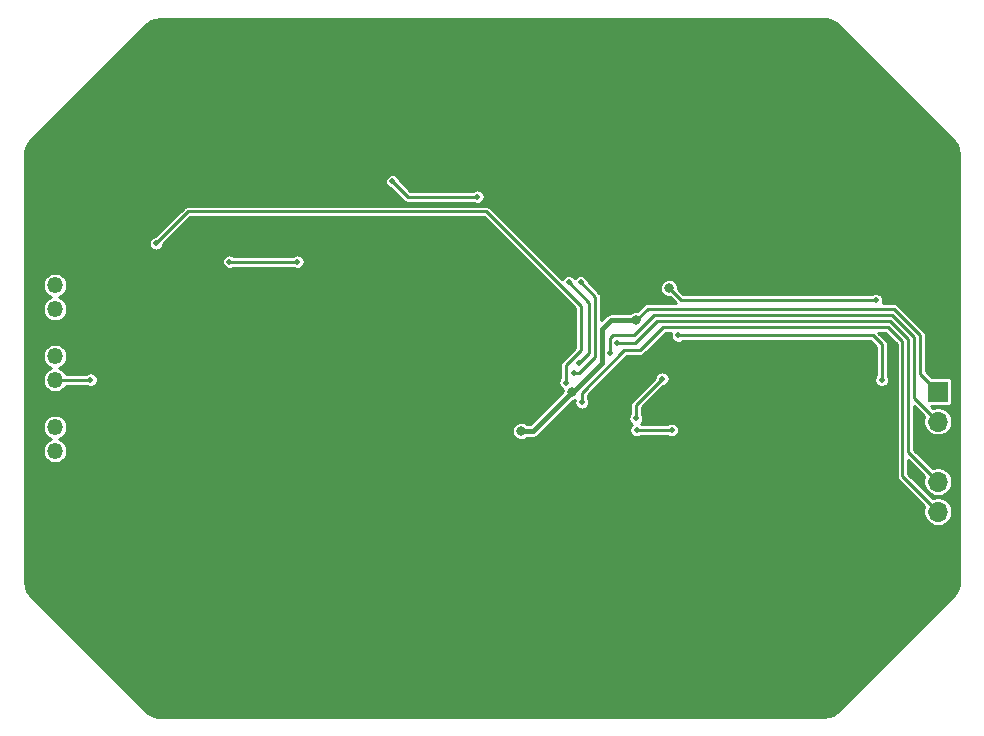
<source format=gbr>
G04 #@! TF.GenerationSoftware,KiCad,Pcbnew,5.1.7-a382d34a8~88~ubuntu20.04.1*
G04 #@! TF.CreationDate,2021-02-09T11:34:01+01:00*
G04 #@! TF.ProjectId,UVDAR_Module,55564441-525f-44d6-9f64-756c652e6b69,rev?*
G04 #@! TF.SameCoordinates,Original*
G04 #@! TF.FileFunction,Copper,L2,Bot*
G04 #@! TF.FilePolarity,Positive*
%FSLAX46Y46*%
G04 Gerber Fmt 4.6, Leading zero omitted, Abs format (unit mm)*
G04 Created by KiCad (PCBNEW 5.1.7-a382d34a8~88~ubuntu20.04.1) date 2021-02-09 11:34:01*
%MOMM*%
%LPD*%
G01*
G04 APERTURE LIST*
G04 #@! TA.AperFunction,ComponentPad*
%ADD10C,0.500000*%
G04 #@! TD*
G04 #@! TA.AperFunction,ComponentPad*
%ADD11O,1.700000X1.700000*%
G04 #@! TD*
G04 #@! TA.AperFunction,ComponentPad*
%ADD12R,1.700000X1.700000*%
G04 #@! TD*
G04 #@! TA.AperFunction,ComponentPad*
%ADD13R,1.350000X1.350000*%
G04 #@! TD*
G04 #@! TA.AperFunction,ComponentPad*
%ADD14O,1.350000X1.350000*%
G04 #@! TD*
G04 #@! TA.AperFunction,ComponentPad*
%ADD15C,4.000000*%
G04 #@! TD*
G04 #@! TA.AperFunction,ViaPad*
%ADD16C,0.500000*%
G04 #@! TD*
G04 #@! TA.AperFunction,ViaPad*
%ADD17C,0.800000*%
G04 #@! TD*
G04 #@! TA.AperFunction,Conductor*
%ADD18C,0.400000*%
G04 #@! TD*
G04 #@! TA.AperFunction,Conductor*
%ADD19C,0.250000*%
G04 #@! TD*
G04 #@! TA.AperFunction,Conductor*
%ADD20C,0.300000*%
G04 #@! TD*
G04 #@! TA.AperFunction,Conductor*
%ADD21C,0.100000*%
G04 #@! TD*
G04 APERTURE END LIST*
D10*
X72000000Y-94000000D03*
X72000000Y-96000000D03*
X71500000Y-95000000D03*
X72500000Y-95000000D03*
D11*
X137750000Y-112160000D03*
X137750000Y-109620000D03*
X137750000Y-107080000D03*
X137750000Y-104540000D03*
D12*
X137750000Y-102000000D03*
D13*
X63000000Y-91000000D03*
D14*
X63000000Y-93000000D03*
X63000000Y-95000000D03*
X63000000Y-97000000D03*
X63000000Y-99000000D03*
X63000000Y-101000000D03*
X63000000Y-103000000D03*
X63000000Y-105000000D03*
X63000000Y-107000000D03*
X63000000Y-109000000D03*
D15*
X120000000Y-100000000D03*
X80000000Y-116500000D03*
X80000000Y-83500000D03*
D16*
X133000000Y-104600000D03*
D17*
X105500000Y-98250000D03*
X105500000Y-102000000D03*
D16*
X137000000Y-94250000D03*
D17*
X66600000Y-90600000D03*
X66537500Y-87400000D03*
X87287500Y-82462500D03*
X86537500Y-82462500D03*
X103287500Y-82462500D03*
X102537500Y-82462500D03*
X124287500Y-87712500D03*
X123537500Y-87712500D03*
X75712500Y-112287500D03*
X76462500Y-112287500D03*
X111712500Y-117537500D03*
X112462500Y-117537500D03*
X89460000Y-105960000D03*
X114480000Y-110300000D03*
X117000000Y-90000000D03*
X89460000Y-112960000D03*
X89460000Y-107960000D03*
X116000000Y-102850000D03*
X96462500Y-117537500D03*
X95712500Y-117537500D03*
X131500000Y-113500000D03*
X131500000Y-114250000D03*
X103000000Y-106500000D03*
X99000000Y-106500000D03*
X110500000Y-102500000D03*
X101750000Y-98250000D03*
X101750000Y-102000000D03*
X98000000Y-98250000D03*
X114500000Y-90000000D03*
X109500000Y-90000000D03*
X104500000Y-90000000D03*
X99500000Y-90000000D03*
X79500000Y-105600000D03*
X84500000Y-105600000D03*
X99500000Y-110000000D03*
X119500000Y-105000000D03*
X112000000Y-87500000D03*
X102000000Y-87500000D03*
X119500000Y-87500000D03*
X102000000Y-92500000D03*
X124200000Y-105000000D03*
X122000000Y-107500000D03*
X122000000Y-112500000D03*
X112000000Y-112500000D03*
X104500000Y-112500000D03*
X99500000Y-112500000D03*
X94500000Y-112500000D03*
X67000000Y-108500000D03*
X72000000Y-108500000D03*
X77000000Y-108500000D03*
X67000000Y-112500000D03*
X62000000Y-112500000D03*
X67750000Y-100000000D03*
X64500000Y-87500000D03*
X62000000Y-87500000D03*
X94500000Y-102500000D03*
X99500000Y-102500000D03*
X97000000Y-105000000D03*
X119500000Y-92500000D03*
X112000000Y-107500000D03*
X84500000Y-112500000D03*
X109250000Y-106500000D03*
X111000000Y-93250000D03*
X104500000Y-87500000D03*
X109500000Y-87500000D03*
X122000000Y-92500000D03*
X99500000Y-92500000D03*
X114500000Y-99000000D03*
X116500000Y-101000000D03*
X115500000Y-108000000D03*
X119500000Y-111000000D03*
X101500000Y-108000000D03*
X67000000Y-105600000D03*
X72000000Y-105600000D03*
X77000000Y-105600000D03*
X77000000Y-111000000D03*
X69750000Y-101000000D03*
X85600000Y-99000000D03*
X89000000Y-99000000D03*
X92000000Y-99000000D03*
X95000000Y-99000000D03*
X83000000Y-101200000D03*
X83000000Y-105600000D03*
X82000000Y-107000000D03*
X91000000Y-96000000D03*
X96000000Y-90000000D03*
X96000000Y-94000000D03*
X72000000Y-103250000D03*
X77000000Y-103250000D03*
X79500000Y-103250000D03*
X106800000Y-102000000D03*
X102471795Y-105340000D03*
X112212500Y-95962500D03*
D16*
X107600000Y-102900000D03*
X106899996Y-100399996D03*
X107500000Y-92750000D03*
X71550000Y-89450000D03*
X106250012Y-101250000D03*
X112250036Y-105250000D03*
X115200000Y-105250000D03*
X106499992Y-92750000D03*
X91550000Y-84200000D03*
X107350000Y-99600000D03*
X98750000Y-85500000D03*
X112175000Y-104275000D03*
X114400000Y-100900000D03*
X110600000Y-97900000D03*
X110000000Y-98750000D03*
X132500000Y-94250000D03*
D17*
X115000000Y-93250000D03*
D16*
X66000000Y-101000000D03*
X77750000Y-91000000D03*
X83500000Y-91000000D03*
X115750000Y-97250000D03*
X133000000Y-101000000D03*
D18*
X137500000Y-102000000D02*
X137750000Y-102000000D01*
X110037500Y-95962500D02*
X109275011Y-96724989D01*
X109275011Y-99540666D02*
X106815677Y-102000000D01*
X109275011Y-96724989D02*
X109275011Y-99540666D01*
X112212500Y-95962500D02*
X110037500Y-95962500D01*
X103460000Y-105340000D02*
X106800000Y-102000000D01*
X102471795Y-105340000D02*
X103460000Y-105340000D01*
D19*
X113175000Y-95000000D02*
X112212500Y-95962500D01*
X136250000Y-100500000D02*
X136250000Y-97250000D01*
X134000000Y-95000000D02*
X113175000Y-95000000D01*
X137750000Y-102000000D02*
X136250000Y-100500000D01*
X136250000Y-97250000D02*
X134000000Y-95000000D01*
X107600000Y-102100000D02*
X107600000Y-102900000D01*
X111200000Y-98500000D02*
X107600000Y-102100000D01*
X112000000Y-98500000D02*
X112500000Y-98500000D01*
X112250000Y-98500000D02*
X112000000Y-98500000D01*
X112000000Y-98500000D02*
X111200000Y-98500000D01*
X112500000Y-98500000D02*
X114500000Y-96500000D01*
X114500000Y-96500000D02*
X133500000Y-96500000D01*
X133500000Y-96500000D02*
X134750000Y-97750000D01*
X134750000Y-109160000D02*
X137750000Y-112160000D01*
X134750000Y-97750000D02*
X134750000Y-109160000D01*
X106899996Y-100399996D02*
X107401006Y-100399996D01*
X107401006Y-100399996D02*
X108750000Y-99051002D01*
X108750000Y-99051002D02*
X108750000Y-94000000D01*
X108750000Y-94000000D02*
X107500000Y-92750000D01*
X74250000Y-86750000D02*
X71550000Y-89450000D01*
X99500000Y-86750000D02*
X74250000Y-86750000D01*
X107500000Y-94750000D02*
X99500000Y-86750000D01*
X107500000Y-98500000D02*
X107500000Y-94750000D01*
X106250000Y-99750000D02*
X107500000Y-98500000D01*
X106250000Y-101250000D02*
X106250000Y-99750000D01*
X112250036Y-105250000D02*
X115200000Y-105250000D01*
X108250000Y-98700000D02*
X107350000Y-99600000D01*
X108250000Y-94500008D02*
X108250000Y-98700000D01*
X106499992Y-92750000D02*
X108250000Y-94500008D01*
X92850000Y-85500000D02*
X98750000Y-85500000D01*
X91550000Y-84200000D02*
X92850000Y-85500000D01*
X112175000Y-103125000D02*
X112175000Y-104275000D01*
X114400000Y-100900000D02*
X112175000Y-103125000D01*
X114000000Y-96000000D02*
X112100000Y-97900000D01*
X133727180Y-96000000D02*
X114000000Y-96000000D01*
X135250000Y-97522820D02*
X133727180Y-96000000D01*
X135250000Y-107120000D02*
X135250000Y-97522820D01*
X137750000Y-109620000D02*
X135250000Y-107120000D01*
X112100000Y-97900000D02*
X110600000Y-97900000D01*
X137500000Y-104540000D02*
X137750000Y-104540000D01*
X110000000Y-97500000D02*
X110000000Y-98750000D01*
X110250000Y-97250000D02*
X110000000Y-97500000D01*
X112000000Y-97250000D02*
X110250000Y-97250000D01*
X113750000Y-95500000D02*
X112000000Y-97250000D01*
X133863590Y-95500000D02*
X113750000Y-95500000D01*
X135750000Y-97386410D02*
X133863590Y-95500000D01*
X135750000Y-102540000D02*
X135750000Y-97386410D01*
X137750000Y-104540000D02*
X135750000Y-102540000D01*
X132500000Y-94250000D02*
X121750000Y-94250000D01*
X116000000Y-94250000D02*
X115000000Y-93250000D01*
X123500000Y-94250000D02*
X116000000Y-94250000D01*
X63000000Y-101000000D02*
X66000000Y-101000000D01*
X77750000Y-91000000D02*
X83500000Y-91000000D01*
X133000000Y-98000000D02*
X133000000Y-101000000D01*
X132250000Y-97250000D02*
X133000000Y-98000000D01*
X115750000Y-97250000D02*
X132250000Y-97250000D01*
D20*
X137385389Y-105741963D02*
X137626886Y-105790000D01*
X137873114Y-105790000D01*
X138114611Y-105741963D01*
X138336629Y-105650000D01*
X139350000Y-105650000D01*
X139350000Y-108600000D01*
X138473402Y-108600000D01*
X138342097Y-108512265D01*
X138114611Y-108418037D01*
X137873114Y-108370000D01*
X137626886Y-108370000D01*
X137385389Y-108418037D01*
X137318291Y-108445830D01*
X136400000Y-107527539D01*
X136400000Y-105650000D01*
X137163371Y-105650000D01*
X137385389Y-105741963D01*
G04 #@! TA.AperFunction,Conductor*
D21*
G36*
X137385389Y-105741963D02*
G01*
X137626886Y-105790000D01*
X137873114Y-105790000D01*
X138114611Y-105741963D01*
X138336629Y-105650000D01*
X139350000Y-105650000D01*
X139350000Y-108600000D01*
X138473402Y-108600000D01*
X138342097Y-108512265D01*
X138114611Y-108418037D01*
X137873114Y-108370000D01*
X137626886Y-108370000D01*
X137385389Y-108418037D01*
X137318291Y-108445830D01*
X136400000Y-107527539D01*
X136400000Y-105650000D01*
X137163371Y-105650000D01*
X137385389Y-105741963D01*
G37*
G04 #@! TD.AperFunction*
D19*
X128397759Y-70491158D02*
X128780376Y-70606677D01*
X129147046Y-70801640D01*
X129209105Y-70845499D01*
X139142792Y-80778926D01*
X139345264Y-81111935D01*
X139482614Y-81487260D01*
X139546863Y-81897546D01*
X139550001Y-82006498D01*
X139550000Y-117977994D01*
X139508842Y-118397759D01*
X139393324Y-118780373D01*
X139198363Y-119147041D01*
X139154506Y-119209098D01*
X129221077Y-129142790D01*
X128888065Y-129345265D01*
X128512741Y-129482614D01*
X128102453Y-129546863D01*
X127993536Y-129550000D01*
X72022006Y-129550000D01*
X71602241Y-129508842D01*
X71219627Y-129393324D01*
X70852959Y-129198363D01*
X70790902Y-129154506D01*
X60857210Y-119221077D01*
X60654735Y-118888065D01*
X60517386Y-118512741D01*
X60453137Y-118102453D01*
X60450000Y-117993536D01*
X60450000Y-104896584D01*
X61950000Y-104896584D01*
X61950000Y-105103416D01*
X61990350Y-105306274D01*
X62069502Y-105497362D01*
X62184411Y-105669336D01*
X62330664Y-105815589D01*
X62502638Y-105930498D01*
X62670429Y-106000000D01*
X62502638Y-106069502D01*
X62330664Y-106184411D01*
X62184411Y-106330664D01*
X62069502Y-106502638D01*
X61990350Y-106693726D01*
X61950000Y-106896584D01*
X61950000Y-107103416D01*
X61990350Y-107306274D01*
X62069502Y-107497362D01*
X62184411Y-107669336D01*
X62330664Y-107815589D01*
X62502638Y-107930498D01*
X62693726Y-108009650D01*
X62896584Y-108050000D01*
X63103416Y-108050000D01*
X63306274Y-108009650D01*
X63497362Y-107930498D01*
X63669336Y-107815589D01*
X63815589Y-107669336D01*
X63930498Y-107497362D01*
X64009650Y-107306274D01*
X64050000Y-107103416D01*
X64050000Y-106896584D01*
X64009650Y-106693726D01*
X63930498Y-106502638D01*
X63815589Y-106330664D01*
X63669336Y-106184411D01*
X63497362Y-106069502D01*
X63329571Y-106000000D01*
X63497362Y-105930498D01*
X63669336Y-105815589D01*
X63815589Y-105669336D01*
X63930498Y-105497362D01*
X64009650Y-105306274D01*
X64050000Y-105103416D01*
X64050000Y-104896584D01*
X64009650Y-104693726D01*
X63930498Y-104502638D01*
X63815589Y-104330664D01*
X63669336Y-104184411D01*
X63497362Y-104069502D01*
X63306274Y-103990350D01*
X63103416Y-103950000D01*
X62896584Y-103950000D01*
X62693726Y-103990350D01*
X62502638Y-104069502D01*
X62330664Y-104184411D01*
X62184411Y-104330664D01*
X62069502Y-104502638D01*
X61990350Y-104693726D01*
X61950000Y-104896584D01*
X60450000Y-104896584D01*
X60450000Y-98896584D01*
X61950000Y-98896584D01*
X61950000Y-99103416D01*
X61990350Y-99306274D01*
X62069502Y-99497362D01*
X62184411Y-99669336D01*
X62330664Y-99815589D01*
X62502638Y-99930498D01*
X62670429Y-100000000D01*
X62502638Y-100069502D01*
X62330664Y-100184411D01*
X62184411Y-100330664D01*
X62069502Y-100502638D01*
X61990350Y-100693726D01*
X61950000Y-100896584D01*
X61950000Y-101103416D01*
X61990350Y-101306274D01*
X62069502Y-101497362D01*
X62184411Y-101669336D01*
X62330664Y-101815589D01*
X62502638Y-101930498D01*
X62693726Y-102009650D01*
X62896584Y-102050000D01*
X63103416Y-102050000D01*
X63306274Y-102009650D01*
X63497362Y-101930498D01*
X63669336Y-101815589D01*
X63815589Y-101669336D01*
X63928735Y-101500000D01*
X65623333Y-101500000D01*
X65703952Y-101553868D01*
X65817694Y-101600981D01*
X65938443Y-101625000D01*
X66061557Y-101625000D01*
X66182306Y-101600981D01*
X66296048Y-101553868D01*
X66398414Y-101485469D01*
X66485469Y-101398414D01*
X66553868Y-101296048D01*
X66600981Y-101182306D01*
X66625000Y-101061557D01*
X66625000Y-100938443D01*
X66600981Y-100817694D01*
X66553868Y-100703952D01*
X66485469Y-100601586D01*
X66398414Y-100514531D01*
X66296048Y-100446132D01*
X66182306Y-100399019D01*
X66061557Y-100375000D01*
X65938443Y-100375000D01*
X65817694Y-100399019D01*
X65703952Y-100446132D01*
X65623333Y-100500000D01*
X63928735Y-100500000D01*
X63815589Y-100330664D01*
X63669336Y-100184411D01*
X63497362Y-100069502D01*
X63329571Y-100000000D01*
X63497362Y-99930498D01*
X63669336Y-99815589D01*
X63815589Y-99669336D01*
X63930498Y-99497362D01*
X64009650Y-99306274D01*
X64050000Y-99103416D01*
X64050000Y-98896584D01*
X64009650Y-98693726D01*
X63930498Y-98502638D01*
X63815589Y-98330664D01*
X63669336Y-98184411D01*
X63497362Y-98069502D01*
X63306274Y-97990350D01*
X63103416Y-97950000D01*
X62896584Y-97950000D01*
X62693726Y-97990350D01*
X62502638Y-98069502D01*
X62330664Y-98184411D01*
X62184411Y-98330664D01*
X62069502Y-98502638D01*
X61990350Y-98693726D01*
X61950000Y-98896584D01*
X60450000Y-98896584D01*
X60450000Y-92896584D01*
X61950000Y-92896584D01*
X61950000Y-93103416D01*
X61990350Y-93306274D01*
X62069502Y-93497362D01*
X62184411Y-93669336D01*
X62330664Y-93815589D01*
X62502638Y-93930498D01*
X62670429Y-94000000D01*
X62502638Y-94069502D01*
X62330664Y-94184411D01*
X62184411Y-94330664D01*
X62069502Y-94502638D01*
X61990350Y-94693726D01*
X61950000Y-94896584D01*
X61950000Y-95103416D01*
X61990350Y-95306274D01*
X62069502Y-95497362D01*
X62184411Y-95669336D01*
X62330664Y-95815589D01*
X62502638Y-95930498D01*
X62693726Y-96009650D01*
X62896584Y-96050000D01*
X63103416Y-96050000D01*
X63306274Y-96009650D01*
X63497362Y-95930498D01*
X63669336Y-95815589D01*
X63815589Y-95669336D01*
X63930498Y-95497362D01*
X64009650Y-95306274D01*
X64050000Y-95103416D01*
X64050000Y-94896584D01*
X64009650Y-94693726D01*
X63930498Y-94502638D01*
X63815589Y-94330664D01*
X63669336Y-94184411D01*
X63497362Y-94069502D01*
X63329571Y-94000000D01*
X63497362Y-93930498D01*
X63669336Y-93815589D01*
X63815589Y-93669336D01*
X63930498Y-93497362D01*
X64009650Y-93306274D01*
X64050000Y-93103416D01*
X64050000Y-92896584D01*
X64009650Y-92693726D01*
X63930498Y-92502638D01*
X63815589Y-92330664D01*
X63669336Y-92184411D01*
X63497362Y-92069502D01*
X63306274Y-91990350D01*
X63103416Y-91950000D01*
X62896584Y-91950000D01*
X62693726Y-91990350D01*
X62502638Y-92069502D01*
X62330664Y-92184411D01*
X62184411Y-92330664D01*
X62069502Y-92502638D01*
X61990350Y-92693726D01*
X61950000Y-92896584D01*
X60450000Y-92896584D01*
X60450000Y-90938443D01*
X77125000Y-90938443D01*
X77125000Y-91061557D01*
X77149019Y-91182306D01*
X77196132Y-91296048D01*
X77264531Y-91398414D01*
X77351586Y-91485469D01*
X77453952Y-91553868D01*
X77567694Y-91600981D01*
X77688443Y-91625000D01*
X77811557Y-91625000D01*
X77932306Y-91600981D01*
X78046048Y-91553868D01*
X78126667Y-91500000D01*
X83123333Y-91500000D01*
X83203952Y-91553868D01*
X83317694Y-91600981D01*
X83438443Y-91625000D01*
X83561557Y-91625000D01*
X83682306Y-91600981D01*
X83796048Y-91553868D01*
X83898414Y-91485469D01*
X83985469Y-91398414D01*
X84053868Y-91296048D01*
X84100981Y-91182306D01*
X84125000Y-91061557D01*
X84125000Y-90938443D01*
X84100981Y-90817694D01*
X84053868Y-90703952D01*
X83985469Y-90601586D01*
X83898414Y-90514531D01*
X83796048Y-90446132D01*
X83682306Y-90399019D01*
X83561557Y-90375000D01*
X83438443Y-90375000D01*
X83317694Y-90399019D01*
X83203952Y-90446132D01*
X83123333Y-90500000D01*
X78126667Y-90500000D01*
X78046048Y-90446132D01*
X77932306Y-90399019D01*
X77811557Y-90375000D01*
X77688443Y-90375000D01*
X77567694Y-90399019D01*
X77453952Y-90446132D01*
X77351586Y-90514531D01*
X77264531Y-90601586D01*
X77196132Y-90703952D01*
X77149019Y-90817694D01*
X77125000Y-90938443D01*
X60450000Y-90938443D01*
X60450000Y-89388443D01*
X70925000Y-89388443D01*
X70925000Y-89511557D01*
X70949019Y-89632306D01*
X70996132Y-89746048D01*
X71064531Y-89848414D01*
X71151586Y-89935469D01*
X71253952Y-90003868D01*
X71367694Y-90050981D01*
X71488443Y-90075000D01*
X71611557Y-90075000D01*
X71732306Y-90050981D01*
X71846048Y-90003868D01*
X71948414Y-89935469D01*
X72035469Y-89848414D01*
X72103868Y-89746048D01*
X72150981Y-89632306D01*
X72169898Y-89537208D01*
X74457107Y-87250000D01*
X99292895Y-87250000D01*
X107000001Y-94957108D01*
X107000000Y-98292894D01*
X105913819Y-99379076D01*
X105894737Y-99394736D01*
X105832255Y-99470871D01*
X105808573Y-99515177D01*
X105785826Y-99557733D01*
X105757235Y-99651983D01*
X105747581Y-99750000D01*
X105750001Y-99774570D01*
X105750000Y-100873351D01*
X105696144Y-100953952D01*
X105649031Y-101067694D01*
X105625012Y-101188443D01*
X105625012Y-101311557D01*
X105649031Y-101432306D01*
X105696144Y-101546048D01*
X105764543Y-101648414D01*
X105851598Y-101735469D01*
X105953964Y-101803868D01*
X106041609Y-101840171D01*
X106025000Y-101923669D01*
X106025000Y-101961827D01*
X103221828Y-104765000D01*
X102992811Y-104765000D01*
X102965829Y-104738018D01*
X102838895Y-104653204D01*
X102697854Y-104594783D01*
X102548126Y-104565000D01*
X102395464Y-104565000D01*
X102245736Y-104594783D01*
X102104695Y-104653204D01*
X101977761Y-104738018D01*
X101869813Y-104845966D01*
X101784999Y-104972900D01*
X101726578Y-105113941D01*
X101696795Y-105263669D01*
X101696795Y-105416331D01*
X101726578Y-105566059D01*
X101784999Y-105707100D01*
X101869813Y-105834034D01*
X101977761Y-105941982D01*
X102104695Y-106026796D01*
X102245736Y-106085217D01*
X102395464Y-106115000D01*
X102548126Y-106115000D01*
X102697854Y-106085217D01*
X102838895Y-106026796D01*
X102965829Y-105941982D01*
X102992811Y-105915000D01*
X103431757Y-105915000D01*
X103460000Y-105917782D01*
X103488243Y-105915000D01*
X103488246Y-105915000D01*
X103572720Y-105906680D01*
X103681108Y-105873801D01*
X103780998Y-105820408D01*
X103868554Y-105748554D01*
X103886565Y-105726607D01*
X105399729Y-104213443D01*
X111550000Y-104213443D01*
X111550000Y-104336557D01*
X111574019Y-104457306D01*
X111621132Y-104571048D01*
X111689531Y-104673414D01*
X111776586Y-104760469D01*
X111824002Y-104792151D01*
X111764567Y-104851586D01*
X111696168Y-104953952D01*
X111649055Y-105067694D01*
X111625036Y-105188443D01*
X111625036Y-105311557D01*
X111649055Y-105432306D01*
X111696168Y-105546048D01*
X111764567Y-105648414D01*
X111851622Y-105735469D01*
X111953988Y-105803868D01*
X112067730Y-105850981D01*
X112188479Y-105875000D01*
X112311593Y-105875000D01*
X112432342Y-105850981D01*
X112546084Y-105803868D01*
X112626703Y-105750000D01*
X114823333Y-105750000D01*
X114903952Y-105803868D01*
X115017694Y-105850981D01*
X115138443Y-105875000D01*
X115261557Y-105875000D01*
X115382306Y-105850981D01*
X115496048Y-105803868D01*
X115598414Y-105735469D01*
X115685469Y-105648414D01*
X115753868Y-105546048D01*
X115800981Y-105432306D01*
X115825000Y-105311557D01*
X115825000Y-105188443D01*
X115800981Y-105067694D01*
X115753868Y-104953952D01*
X115685469Y-104851586D01*
X115598414Y-104764531D01*
X115496048Y-104696132D01*
X115382306Y-104649019D01*
X115261557Y-104625000D01*
X115138443Y-104625000D01*
X115017694Y-104649019D01*
X114903952Y-104696132D01*
X114823333Y-104750000D01*
X112626703Y-104750000D01*
X112601034Y-104732849D01*
X112660469Y-104673414D01*
X112728868Y-104571048D01*
X112775981Y-104457306D01*
X112800000Y-104336557D01*
X112800000Y-104213443D01*
X112775981Y-104092694D01*
X112728868Y-103978952D01*
X112675000Y-103898333D01*
X112675000Y-103332105D01*
X114487208Y-101519898D01*
X114582306Y-101500981D01*
X114696048Y-101453868D01*
X114798414Y-101385469D01*
X114885469Y-101298414D01*
X114953868Y-101196048D01*
X115000981Y-101082306D01*
X115025000Y-100961557D01*
X115025000Y-100838443D01*
X115000981Y-100717694D01*
X114953868Y-100603952D01*
X114885469Y-100501586D01*
X114798414Y-100414531D01*
X114696048Y-100346132D01*
X114582306Y-100299019D01*
X114461557Y-100275000D01*
X114338443Y-100275000D01*
X114217694Y-100299019D01*
X114103952Y-100346132D01*
X114001586Y-100414531D01*
X113914531Y-100501586D01*
X113846132Y-100603952D01*
X113799019Y-100717694D01*
X113780102Y-100812792D01*
X111838824Y-102754071D01*
X111819736Y-102769736D01*
X111757254Y-102845871D01*
X111710825Y-102932734D01*
X111703238Y-102957746D01*
X111682235Y-103026983D01*
X111672581Y-103125000D01*
X111675000Y-103149561D01*
X111675001Y-103898332D01*
X111621132Y-103978952D01*
X111574019Y-104092694D01*
X111550000Y-104213443D01*
X105399729Y-104213443D01*
X106838173Y-102775000D01*
X106876331Y-102775000D01*
X106992205Y-102751951D01*
X106975000Y-102838443D01*
X106975000Y-102961557D01*
X106999019Y-103082306D01*
X107046132Y-103196048D01*
X107114531Y-103298414D01*
X107201586Y-103385469D01*
X107303952Y-103453868D01*
X107417694Y-103500981D01*
X107538443Y-103525000D01*
X107661557Y-103525000D01*
X107782306Y-103500981D01*
X107896048Y-103453868D01*
X107998414Y-103385469D01*
X108085469Y-103298414D01*
X108153868Y-103196048D01*
X108200981Y-103082306D01*
X108225000Y-102961557D01*
X108225000Y-102838443D01*
X108200981Y-102717694D01*
X108153868Y-102603952D01*
X108100000Y-102523333D01*
X108100000Y-102307105D01*
X111407107Y-99000000D01*
X112475440Y-99000000D01*
X112500000Y-99002419D01*
X112524560Y-99000000D01*
X112598017Y-98992765D01*
X112692267Y-98964175D01*
X112779129Y-98917746D01*
X112855264Y-98855264D01*
X112870929Y-98836176D01*
X114707106Y-97000000D01*
X115177058Y-97000000D01*
X115149019Y-97067694D01*
X115125000Y-97188443D01*
X115125000Y-97311557D01*
X115149019Y-97432306D01*
X115196132Y-97546048D01*
X115264531Y-97648414D01*
X115351586Y-97735469D01*
X115453952Y-97803868D01*
X115567694Y-97850981D01*
X115688443Y-97875000D01*
X115811557Y-97875000D01*
X115932306Y-97850981D01*
X116046048Y-97803868D01*
X116126667Y-97750000D01*
X132042895Y-97750000D01*
X132500000Y-98207106D01*
X132500001Y-100623332D01*
X132446132Y-100703952D01*
X132399019Y-100817694D01*
X132375000Y-100938443D01*
X132375000Y-101061557D01*
X132399019Y-101182306D01*
X132446132Y-101296048D01*
X132514531Y-101398414D01*
X132601586Y-101485469D01*
X132703952Y-101553868D01*
X132817694Y-101600981D01*
X132938443Y-101625000D01*
X133061557Y-101625000D01*
X133182306Y-101600981D01*
X133296048Y-101553868D01*
X133398414Y-101485469D01*
X133485469Y-101398414D01*
X133553868Y-101296048D01*
X133600981Y-101182306D01*
X133625000Y-101061557D01*
X133625000Y-100938443D01*
X133600981Y-100817694D01*
X133553868Y-100703952D01*
X133500000Y-100623333D01*
X133500000Y-98024557D01*
X133502419Y-97999999D01*
X133498890Y-97964174D01*
X133492765Y-97901983D01*
X133464175Y-97807733D01*
X133417746Y-97720871D01*
X133355264Y-97644736D01*
X133336181Y-97629075D01*
X132707105Y-97000000D01*
X133292895Y-97000000D01*
X134250000Y-97957106D01*
X134250001Y-109135430D01*
X134247581Y-109160000D01*
X134257235Y-109258017D01*
X134282369Y-109340871D01*
X134285826Y-109352267D01*
X134332255Y-109439129D01*
X134394737Y-109515264D01*
X134413819Y-109530924D01*
X136605319Y-111722425D01*
X136572076Y-111802681D01*
X136525000Y-112039348D01*
X136525000Y-112280652D01*
X136572076Y-112517319D01*
X136664419Y-112740255D01*
X136798481Y-112940892D01*
X136969108Y-113111519D01*
X137169745Y-113245581D01*
X137392681Y-113337924D01*
X137629348Y-113385000D01*
X137870652Y-113385000D01*
X138107319Y-113337924D01*
X138330255Y-113245581D01*
X138530892Y-113111519D01*
X138701519Y-112940892D01*
X138835581Y-112740255D01*
X138927924Y-112517319D01*
X138975000Y-112280652D01*
X138975000Y-112039348D01*
X138927924Y-111802681D01*
X138835581Y-111579745D01*
X138701519Y-111379108D01*
X138530892Y-111208481D01*
X138330255Y-111074419D01*
X138107319Y-110982076D01*
X137870652Y-110935000D01*
X137629348Y-110935000D01*
X137392681Y-110982076D01*
X137312425Y-111015319D01*
X135250000Y-108952895D01*
X135250000Y-107827105D01*
X136605319Y-109182425D01*
X136572076Y-109262681D01*
X136525000Y-109499348D01*
X136525000Y-109740652D01*
X136572076Y-109977319D01*
X136664419Y-110200255D01*
X136798481Y-110400892D01*
X136969108Y-110571519D01*
X137169745Y-110705581D01*
X137392681Y-110797924D01*
X137629348Y-110845000D01*
X137870652Y-110845000D01*
X138107319Y-110797924D01*
X138330255Y-110705581D01*
X138530892Y-110571519D01*
X138701519Y-110400892D01*
X138835581Y-110200255D01*
X138927924Y-109977319D01*
X138975000Y-109740652D01*
X138975000Y-109499348D01*
X138927924Y-109262681D01*
X138835581Y-109039745D01*
X138701519Y-108839108D01*
X138530892Y-108668481D01*
X138330255Y-108534419D01*
X138107319Y-108442076D01*
X137870652Y-108395000D01*
X137629348Y-108395000D01*
X137392681Y-108442076D01*
X137312425Y-108475319D01*
X135750000Y-106912895D01*
X135750000Y-103247105D01*
X136605319Y-104102425D01*
X136572076Y-104182681D01*
X136525000Y-104419348D01*
X136525000Y-104660652D01*
X136572076Y-104897319D01*
X136664419Y-105120255D01*
X136798481Y-105320892D01*
X136969108Y-105491519D01*
X137169745Y-105625581D01*
X137392681Y-105717924D01*
X137629348Y-105765000D01*
X137870652Y-105765000D01*
X138107319Y-105717924D01*
X138330255Y-105625581D01*
X138530892Y-105491519D01*
X138701519Y-105320892D01*
X138835581Y-105120255D01*
X138927924Y-104897319D01*
X138975000Y-104660652D01*
X138975000Y-104419348D01*
X138927924Y-104182681D01*
X138835581Y-103959745D01*
X138701519Y-103759108D01*
X138530892Y-103588481D01*
X138330255Y-103454419D01*
X138107319Y-103362076D01*
X137870652Y-103315000D01*
X137629348Y-103315000D01*
X137392681Y-103362076D01*
X137312425Y-103395319D01*
X137143920Y-103226814D01*
X138600000Y-103226814D01*
X138673513Y-103219574D01*
X138744200Y-103198131D01*
X138809347Y-103163309D01*
X138866448Y-103116448D01*
X138913309Y-103059347D01*
X138948131Y-102994200D01*
X138969574Y-102923513D01*
X138976814Y-102850000D01*
X138976814Y-101150000D01*
X138969574Y-101076487D01*
X138948131Y-101005800D01*
X138913309Y-100940653D01*
X138866448Y-100883552D01*
X138809347Y-100836691D01*
X138744200Y-100801869D01*
X138673513Y-100780426D01*
X138600000Y-100773186D01*
X137230292Y-100773186D01*
X136750000Y-100292895D01*
X136750000Y-97274560D01*
X136752419Y-97250000D01*
X136742765Y-97151983D01*
X136729205Y-97107281D01*
X136714175Y-97057733D01*
X136667746Y-96970871D01*
X136605264Y-96894736D01*
X136586187Y-96879080D01*
X134370929Y-94663824D01*
X134355264Y-94644736D01*
X134279129Y-94582254D01*
X134192267Y-94535825D01*
X134098017Y-94507235D01*
X134024560Y-94500000D01*
X134000000Y-94497581D01*
X133975440Y-94500000D01*
X133072942Y-94500000D01*
X133100981Y-94432306D01*
X133125000Y-94311557D01*
X133125000Y-94188443D01*
X133100981Y-94067694D01*
X133053868Y-93953952D01*
X132985469Y-93851586D01*
X132898414Y-93764531D01*
X132796048Y-93696132D01*
X132682306Y-93649019D01*
X132561557Y-93625000D01*
X132438443Y-93625000D01*
X132317694Y-93649019D01*
X132203952Y-93696132D01*
X132123333Y-93750000D01*
X116207107Y-93750000D01*
X115775000Y-93317894D01*
X115775000Y-93173669D01*
X115745217Y-93023941D01*
X115686796Y-92882900D01*
X115601982Y-92755966D01*
X115494034Y-92648018D01*
X115367100Y-92563204D01*
X115226059Y-92504783D01*
X115076331Y-92475000D01*
X114923669Y-92475000D01*
X114773941Y-92504783D01*
X114632900Y-92563204D01*
X114505966Y-92648018D01*
X114398018Y-92755966D01*
X114313204Y-92882900D01*
X114254783Y-93023941D01*
X114225000Y-93173669D01*
X114225000Y-93326331D01*
X114254783Y-93476059D01*
X114313204Y-93617100D01*
X114398018Y-93744034D01*
X114505966Y-93851982D01*
X114632900Y-93936796D01*
X114773941Y-93995217D01*
X114923669Y-94025000D01*
X115067894Y-94025000D01*
X115542893Y-94500000D01*
X113199560Y-94500000D01*
X113175000Y-94497581D01*
X113150440Y-94500000D01*
X113076983Y-94507235D01*
X112982733Y-94535825D01*
X112895871Y-94582254D01*
X112819736Y-94644736D01*
X112804080Y-94663813D01*
X112280394Y-95187500D01*
X112136169Y-95187500D01*
X111986441Y-95217283D01*
X111845400Y-95275704D01*
X111718466Y-95360518D01*
X111691484Y-95387500D01*
X110065742Y-95387500D01*
X110037499Y-95384718D01*
X110009256Y-95387500D01*
X110009254Y-95387500D01*
X109924780Y-95395820D01*
X109816392Y-95428699D01*
X109716501Y-95482092D01*
X109670653Y-95519718D01*
X109628946Y-95553946D01*
X109610939Y-95575888D01*
X109250000Y-95936827D01*
X109250000Y-94024560D01*
X109252419Y-94000000D01*
X109242765Y-93901983D01*
X109240567Y-93894736D01*
X109214175Y-93807733D01*
X109167746Y-93720871D01*
X109105264Y-93644736D01*
X109086181Y-93629075D01*
X108119898Y-92662792D01*
X108100981Y-92567694D01*
X108053868Y-92453952D01*
X107985469Y-92351586D01*
X107898414Y-92264531D01*
X107796048Y-92196132D01*
X107682306Y-92149019D01*
X107561557Y-92125000D01*
X107438443Y-92125000D01*
X107317694Y-92149019D01*
X107203952Y-92196132D01*
X107101586Y-92264531D01*
X107014531Y-92351586D01*
X106999996Y-92373339D01*
X106985461Y-92351586D01*
X106898406Y-92264531D01*
X106796040Y-92196132D01*
X106682298Y-92149019D01*
X106561549Y-92125000D01*
X106438435Y-92125000D01*
X106317686Y-92149019D01*
X106203944Y-92196132D01*
X106101578Y-92264531D01*
X106014523Y-92351586D01*
X105946124Y-92453952D01*
X105935854Y-92478747D01*
X99870929Y-86413824D01*
X99855264Y-86394736D01*
X99779129Y-86332254D01*
X99692267Y-86285825D01*
X99598017Y-86257235D01*
X99524560Y-86250000D01*
X99500000Y-86247581D01*
X99475440Y-86250000D01*
X74274560Y-86250000D01*
X74250000Y-86247581D01*
X74225440Y-86250000D01*
X74151983Y-86257235D01*
X74057733Y-86285825D01*
X73970871Y-86332254D01*
X73894736Y-86394736D01*
X73879080Y-86413813D01*
X71462792Y-88830102D01*
X71367694Y-88849019D01*
X71253952Y-88896132D01*
X71151586Y-88964531D01*
X71064531Y-89051586D01*
X70996132Y-89153952D01*
X70949019Y-89267694D01*
X70925000Y-89388443D01*
X60450000Y-89388443D01*
X60450000Y-84138443D01*
X90925000Y-84138443D01*
X90925000Y-84261557D01*
X90949019Y-84382306D01*
X90996132Y-84496048D01*
X91064531Y-84598414D01*
X91151586Y-84685469D01*
X91253952Y-84753868D01*
X91367694Y-84800981D01*
X91462792Y-84819898D01*
X92479080Y-85836187D01*
X92494736Y-85855264D01*
X92570871Y-85917746D01*
X92657733Y-85964175D01*
X92751983Y-85992765D01*
X92850000Y-86002419D01*
X92874560Y-86000000D01*
X98373333Y-86000000D01*
X98453952Y-86053868D01*
X98567694Y-86100981D01*
X98688443Y-86125000D01*
X98811557Y-86125000D01*
X98932306Y-86100981D01*
X99046048Y-86053868D01*
X99148414Y-85985469D01*
X99235469Y-85898414D01*
X99303868Y-85796048D01*
X99350981Y-85682306D01*
X99375000Y-85561557D01*
X99375000Y-85438443D01*
X99350981Y-85317694D01*
X99303868Y-85203952D01*
X99235469Y-85101586D01*
X99148414Y-85014531D01*
X99046048Y-84946132D01*
X98932306Y-84899019D01*
X98811557Y-84875000D01*
X98688443Y-84875000D01*
X98567694Y-84899019D01*
X98453952Y-84946132D01*
X98373333Y-85000000D01*
X93057107Y-85000000D01*
X92169898Y-84112792D01*
X92150981Y-84017694D01*
X92103868Y-83903952D01*
X92035469Y-83801586D01*
X91948414Y-83714531D01*
X91846048Y-83646132D01*
X91732306Y-83599019D01*
X91611557Y-83575000D01*
X91488443Y-83575000D01*
X91367694Y-83599019D01*
X91253952Y-83646132D01*
X91151586Y-83714531D01*
X91064531Y-83801586D01*
X90996132Y-83903952D01*
X90949019Y-84017694D01*
X90925000Y-84138443D01*
X60450000Y-84138443D01*
X60450000Y-82022005D01*
X60491158Y-81602241D01*
X60606677Y-81219624D01*
X60801640Y-80852954D01*
X60845499Y-80790895D01*
X70778926Y-70857208D01*
X71111935Y-70654736D01*
X71487260Y-70517386D01*
X71897546Y-70453137D01*
X72006464Y-70450000D01*
X127977995Y-70450000D01*
X128397759Y-70491158D01*
G04 #@! TA.AperFunction,Conductor*
D21*
G36*
X128397759Y-70491158D02*
G01*
X128780376Y-70606677D01*
X129147046Y-70801640D01*
X129209105Y-70845499D01*
X139142792Y-80778926D01*
X139345264Y-81111935D01*
X139482614Y-81487260D01*
X139546863Y-81897546D01*
X139550001Y-82006498D01*
X139550000Y-117977994D01*
X139508842Y-118397759D01*
X139393324Y-118780373D01*
X139198363Y-119147041D01*
X139154506Y-119209098D01*
X129221077Y-129142790D01*
X128888065Y-129345265D01*
X128512741Y-129482614D01*
X128102453Y-129546863D01*
X127993536Y-129550000D01*
X72022006Y-129550000D01*
X71602241Y-129508842D01*
X71219627Y-129393324D01*
X70852959Y-129198363D01*
X70790902Y-129154506D01*
X60857210Y-119221077D01*
X60654735Y-118888065D01*
X60517386Y-118512741D01*
X60453137Y-118102453D01*
X60450000Y-117993536D01*
X60450000Y-104896584D01*
X61950000Y-104896584D01*
X61950000Y-105103416D01*
X61990350Y-105306274D01*
X62069502Y-105497362D01*
X62184411Y-105669336D01*
X62330664Y-105815589D01*
X62502638Y-105930498D01*
X62670429Y-106000000D01*
X62502638Y-106069502D01*
X62330664Y-106184411D01*
X62184411Y-106330664D01*
X62069502Y-106502638D01*
X61990350Y-106693726D01*
X61950000Y-106896584D01*
X61950000Y-107103416D01*
X61990350Y-107306274D01*
X62069502Y-107497362D01*
X62184411Y-107669336D01*
X62330664Y-107815589D01*
X62502638Y-107930498D01*
X62693726Y-108009650D01*
X62896584Y-108050000D01*
X63103416Y-108050000D01*
X63306274Y-108009650D01*
X63497362Y-107930498D01*
X63669336Y-107815589D01*
X63815589Y-107669336D01*
X63930498Y-107497362D01*
X64009650Y-107306274D01*
X64050000Y-107103416D01*
X64050000Y-106896584D01*
X64009650Y-106693726D01*
X63930498Y-106502638D01*
X63815589Y-106330664D01*
X63669336Y-106184411D01*
X63497362Y-106069502D01*
X63329571Y-106000000D01*
X63497362Y-105930498D01*
X63669336Y-105815589D01*
X63815589Y-105669336D01*
X63930498Y-105497362D01*
X64009650Y-105306274D01*
X64050000Y-105103416D01*
X64050000Y-104896584D01*
X64009650Y-104693726D01*
X63930498Y-104502638D01*
X63815589Y-104330664D01*
X63669336Y-104184411D01*
X63497362Y-104069502D01*
X63306274Y-103990350D01*
X63103416Y-103950000D01*
X62896584Y-103950000D01*
X62693726Y-103990350D01*
X62502638Y-104069502D01*
X62330664Y-104184411D01*
X62184411Y-104330664D01*
X62069502Y-104502638D01*
X61990350Y-104693726D01*
X61950000Y-104896584D01*
X60450000Y-104896584D01*
X60450000Y-98896584D01*
X61950000Y-98896584D01*
X61950000Y-99103416D01*
X61990350Y-99306274D01*
X62069502Y-99497362D01*
X62184411Y-99669336D01*
X62330664Y-99815589D01*
X62502638Y-99930498D01*
X62670429Y-100000000D01*
X62502638Y-100069502D01*
X62330664Y-100184411D01*
X62184411Y-100330664D01*
X62069502Y-100502638D01*
X61990350Y-100693726D01*
X61950000Y-100896584D01*
X61950000Y-101103416D01*
X61990350Y-101306274D01*
X62069502Y-101497362D01*
X62184411Y-101669336D01*
X62330664Y-101815589D01*
X62502638Y-101930498D01*
X62693726Y-102009650D01*
X62896584Y-102050000D01*
X63103416Y-102050000D01*
X63306274Y-102009650D01*
X63497362Y-101930498D01*
X63669336Y-101815589D01*
X63815589Y-101669336D01*
X63928735Y-101500000D01*
X65623333Y-101500000D01*
X65703952Y-101553868D01*
X65817694Y-101600981D01*
X65938443Y-101625000D01*
X66061557Y-101625000D01*
X66182306Y-101600981D01*
X66296048Y-101553868D01*
X66398414Y-101485469D01*
X66485469Y-101398414D01*
X66553868Y-101296048D01*
X66600981Y-101182306D01*
X66625000Y-101061557D01*
X66625000Y-100938443D01*
X66600981Y-100817694D01*
X66553868Y-100703952D01*
X66485469Y-100601586D01*
X66398414Y-100514531D01*
X66296048Y-100446132D01*
X66182306Y-100399019D01*
X66061557Y-100375000D01*
X65938443Y-100375000D01*
X65817694Y-100399019D01*
X65703952Y-100446132D01*
X65623333Y-100500000D01*
X63928735Y-100500000D01*
X63815589Y-100330664D01*
X63669336Y-100184411D01*
X63497362Y-100069502D01*
X63329571Y-100000000D01*
X63497362Y-99930498D01*
X63669336Y-99815589D01*
X63815589Y-99669336D01*
X63930498Y-99497362D01*
X64009650Y-99306274D01*
X64050000Y-99103416D01*
X64050000Y-98896584D01*
X64009650Y-98693726D01*
X63930498Y-98502638D01*
X63815589Y-98330664D01*
X63669336Y-98184411D01*
X63497362Y-98069502D01*
X63306274Y-97990350D01*
X63103416Y-97950000D01*
X62896584Y-97950000D01*
X62693726Y-97990350D01*
X62502638Y-98069502D01*
X62330664Y-98184411D01*
X62184411Y-98330664D01*
X62069502Y-98502638D01*
X61990350Y-98693726D01*
X61950000Y-98896584D01*
X60450000Y-98896584D01*
X60450000Y-92896584D01*
X61950000Y-92896584D01*
X61950000Y-93103416D01*
X61990350Y-93306274D01*
X62069502Y-93497362D01*
X62184411Y-93669336D01*
X62330664Y-93815589D01*
X62502638Y-93930498D01*
X62670429Y-94000000D01*
X62502638Y-94069502D01*
X62330664Y-94184411D01*
X62184411Y-94330664D01*
X62069502Y-94502638D01*
X61990350Y-94693726D01*
X61950000Y-94896584D01*
X61950000Y-95103416D01*
X61990350Y-95306274D01*
X62069502Y-95497362D01*
X62184411Y-95669336D01*
X62330664Y-95815589D01*
X62502638Y-95930498D01*
X62693726Y-96009650D01*
X62896584Y-96050000D01*
X63103416Y-96050000D01*
X63306274Y-96009650D01*
X63497362Y-95930498D01*
X63669336Y-95815589D01*
X63815589Y-95669336D01*
X63930498Y-95497362D01*
X64009650Y-95306274D01*
X64050000Y-95103416D01*
X64050000Y-94896584D01*
X64009650Y-94693726D01*
X63930498Y-94502638D01*
X63815589Y-94330664D01*
X63669336Y-94184411D01*
X63497362Y-94069502D01*
X63329571Y-94000000D01*
X63497362Y-93930498D01*
X63669336Y-93815589D01*
X63815589Y-93669336D01*
X63930498Y-93497362D01*
X64009650Y-93306274D01*
X64050000Y-93103416D01*
X64050000Y-92896584D01*
X64009650Y-92693726D01*
X63930498Y-92502638D01*
X63815589Y-92330664D01*
X63669336Y-92184411D01*
X63497362Y-92069502D01*
X63306274Y-91990350D01*
X63103416Y-91950000D01*
X62896584Y-91950000D01*
X62693726Y-91990350D01*
X62502638Y-92069502D01*
X62330664Y-92184411D01*
X62184411Y-92330664D01*
X62069502Y-92502638D01*
X61990350Y-92693726D01*
X61950000Y-92896584D01*
X60450000Y-92896584D01*
X60450000Y-90938443D01*
X77125000Y-90938443D01*
X77125000Y-91061557D01*
X77149019Y-91182306D01*
X77196132Y-91296048D01*
X77264531Y-91398414D01*
X77351586Y-91485469D01*
X77453952Y-91553868D01*
X77567694Y-91600981D01*
X77688443Y-91625000D01*
X77811557Y-91625000D01*
X77932306Y-91600981D01*
X78046048Y-91553868D01*
X78126667Y-91500000D01*
X83123333Y-91500000D01*
X83203952Y-91553868D01*
X83317694Y-91600981D01*
X83438443Y-91625000D01*
X83561557Y-91625000D01*
X83682306Y-91600981D01*
X83796048Y-91553868D01*
X83898414Y-91485469D01*
X83985469Y-91398414D01*
X84053868Y-91296048D01*
X84100981Y-91182306D01*
X84125000Y-91061557D01*
X84125000Y-90938443D01*
X84100981Y-90817694D01*
X84053868Y-90703952D01*
X83985469Y-90601586D01*
X83898414Y-90514531D01*
X83796048Y-90446132D01*
X83682306Y-90399019D01*
X83561557Y-90375000D01*
X83438443Y-90375000D01*
X83317694Y-90399019D01*
X83203952Y-90446132D01*
X83123333Y-90500000D01*
X78126667Y-90500000D01*
X78046048Y-90446132D01*
X77932306Y-90399019D01*
X77811557Y-90375000D01*
X77688443Y-90375000D01*
X77567694Y-90399019D01*
X77453952Y-90446132D01*
X77351586Y-90514531D01*
X77264531Y-90601586D01*
X77196132Y-90703952D01*
X77149019Y-90817694D01*
X77125000Y-90938443D01*
X60450000Y-90938443D01*
X60450000Y-89388443D01*
X70925000Y-89388443D01*
X70925000Y-89511557D01*
X70949019Y-89632306D01*
X70996132Y-89746048D01*
X71064531Y-89848414D01*
X71151586Y-89935469D01*
X71253952Y-90003868D01*
X71367694Y-90050981D01*
X71488443Y-90075000D01*
X71611557Y-90075000D01*
X71732306Y-90050981D01*
X71846048Y-90003868D01*
X71948414Y-89935469D01*
X72035469Y-89848414D01*
X72103868Y-89746048D01*
X72150981Y-89632306D01*
X72169898Y-89537208D01*
X74457107Y-87250000D01*
X99292895Y-87250000D01*
X107000001Y-94957108D01*
X107000000Y-98292894D01*
X105913819Y-99379076D01*
X105894737Y-99394736D01*
X105832255Y-99470871D01*
X105808573Y-99515177D01*
X105785826Y-99557733D01*
X105757235Y-99651983D01*
X105747581Y-99750000D01*
X105750001Y-99774570D01*
X105750000Y-100873351D01*
X105696144Y-100953952D01*
X105649031Y-101067694D01*
X105625012Y-101188443D01*
X105625012Y-101311557D01*
X105649031Y-101432306D01*
X105696144Y-101546048D01*
X105764543Y-101648414D01*
X105851598Y-101735469D01*
X105953964Y-101803868D01*
X106041609Y-101840171D01*
X106025000Y-101923669D01*
X106025000Y-101961827D01*
X103221828Y-104765000D01*
X102992811Y-104765000D01*
X102965829Y-104738018D01*
X102838895Y-104653204D01*
X102697854Y-104594783D01*
X102548126Y-104565000D01*
X102395464Y-104565000D01*
X102245736Y-104594783D01*
X102104695Y-104653204D01*
X101977761Y-104738018D01*
X101869813Y-104845966D01*
X101784999Y-104972900D01*
X101726578Y-105113941D01*
X101696795Y-105263669D01*
X101696795Y-105416331D01*
X101726578Y-105566059D01*
X101784999Y-105707100D01*
X101869813Y-105834034D01*
X101977761Y-105941982D01*
X102104695Y-106026796D01*
X102245736Y-106085217D01*
X102395464Y-106115000D01*
X102548126Y-106115000D01*
X102697854Y-106085217D01*
X102838895Y-106026796D01*
X102965829Y-105941982D01*
X102992811Y-105915000D01*
X103431757Y-105915000D01*
X103460000Y-105917782D01*
X103488243Y-105915000D01*
X103488246Y-105915000D01*
X103572720Y-105906680D01*
X103681108Y-105873801D01*
X103780998Y-105820408D01*
X103868554Y-105748554D01*
X103886565Y-105726607D01*
X105399729Y-104213443D01*
X111550000Y-104213443D01*
X111550000Y-104336557D01*
X111574019Y-104457306D01*
X111621132Y-104571048D01*
X111689531Y-104673414D01*
X111776586Y-104760469D01*
X111824002Y-104792151D01*
X111764567Y-104851586D01*
X111696168Y-104953952D01*
X111649055Y-105067694D01*
X111625036Y-105188443D01*
X111625036Y-105311557D01*
X111649055Y-105432306D01*
X111696168Y-105546048D01*
X111764567Y-105648414D01*
X111851622Y-105735469D01*
X111953988Y-105803868D01*
X112067730Y-105850981D01*
X112188479Y-105875000D01*
X112311593Y-105875000D01*
X112432342Y-105850981D01*
X112546084Y-105803868D01*
X112626703Y-105750000D01*
X114823333Y-105750000D01*
X114903952Y-105803868D01*
X115017694Y-105850981D01*
X115138443Y-105875000D01*
X115261557Y-105875000D01*
X115382306Y-105850981D01*
X115496048Y-105803868D01*
X115598414Y-105735469D01*
X115685469Y-105648414D01*
X115753868Y-105546048D01*
X115800981Y-105432306D01*
X115825000Y-105311557D01*
X115825000Y-105188443D01*
X115800981Y-105067694D01*
X115753868Y-104953952D01*
X115685469Y-104851586D01*
X115598414Y-104764531D01*
X115496048Y-104696132D01*
X115382306Y-104649019D01*
X115261557Y-104625000D01*
X115138443Y-104625000D01*
X115017694Y-104649019D01*
X114903952Y-104696132D01*
X114823333Y-104750000D01*
X112626703Y-104750000D01*
X112601034Y-104732849D01*
X112660469Y-104673414D01*
X112728868Y-104571048D01*
X112775981Y-104457306D01*
X112800000Y-104336557D01*
X112800000Y-104213443D01*
X112775981Y-104092694D01*
X112728868Y-103978952D01*
X112675000Y-103898333D01*
X112675000Y-103332105D01*
X114487208Y-101519898D01*
X114582306Y-101500981D01*
X114696048Y-101453868D01*
X114798414Y-101385469D01*
X114885469Y-101298414D01*
X114953868Y-101196048D01*
X115000981Y-101082306D01*
X115025000Y-100961557D01*
X115025000Y-100838443D01*
X115000981Y-100717694D01*
X114953868Y-100603952D01*
X114885469Y-100501586D01*
X114798414Y-100414531D01*
X114696048Y-100346132D01*
X114582306Y-100299019D01*
X114461557Y-100275000D01*
X114338443Y-100275000D01*
X114217694Y-100299019D01*
X114103952Y-100346132D01*
X114001586Y-100414531D01*
X113914531Y-100501586D01*
X113846132Y-100603952D01*
X113799019Y-100717694D01*
X113780102Y-100812792D01*
X111838824Y-102754071D01*
X111819736Y-102769736D01*
X111757254Y-102845871D01*
X111710825Y-102932734D01*
X111703238Y-102957746D01*
X111682235Y-103026983D01*
X111672581Y-103125000D01*
X111675000Y-103149561D01*
X111675001Y-103898332D01*
X111621132Y-103978952D01*
X111574019Y-104092694D01*
X111550000Y-104213443D01*
X105399729Y-104213443D01*
X106838173Y-102775000D01*
X106876331Y-102775000D01*
X106992205Y-102751951D01*
X106975000Y-102838443D01*
X106975000Y-102961557D01*
X106999019Y-103082306D01*
X107046132Y-103196048D01*
X107114531Y-103298414D01*
X107201586Y-103385469D01*
X107303952Y-103453868D01*
X107417694Y-103500981D01*
X107538443Y-103525000D01*
X107661557Y-103525000D01*
X107782306Y-103500981D01*
X107896048Y-103453868D01*
X107998414Y-103385469D01*
X108085469Y-103298414D01*
X108153868Y-103196048D01*
X108200981Y-103082306D01*
X108225000Y-102961557D01*
X108225000Y-102838443D01*
X108200981Y-102717694D01*
X108153868Y-102603952D01*
X108100000Y-102523333D01*
X108100000Y-102307105D01*
X111407107Y-99000000D01*
X112475440Y-99000000D01*
X112500000Y-99002419D01*
X112524560Y-99000000D01*
X112598017Y-98992765D01*
X112692267Y-98964175D01*
X112779129Y-98917746D01*
X112855264Y-98855264D01*
X112870929Y-98836176D01*
X114707106Y-97000000D01*
X115177058Y-97000000D01*
X115149019Y-97067694D01*
X115125000Y-97188443D01*
X115125000Y-97311557D01*
X115149019Y-97432306D01*
X115196132Y-97546048D01*
X115264531Y-97648414D01*
X115351586Y-97735469D01*
X115453952Y-97803868D01*
X115567694Y-97850981D01*
X115688443Y-97875000D01*
X115811557Y-97875000D01*
X115932306Y-97850981D01*
X116046048Y-97803868D01*
X116126667Y-97750000D01*
X132042895Y-97750000D01*
X132500000Y-98207106D01*
X132500001Y-100623332D01*
X132446132Y-100703952D01*
X132399019Y-100817694D01*
X132375000Y-100938443D01*
X132375000Y-101061557D01*
X132399019Y-101182306D01*
X132446132Y-101296048D01*
X132514531Y-101398414D01*
X132601586Y-101485469D01*
X132703952Y-101553868D01*
X132817694Y-101600981D01*
X132938443Y-101625000D01*
X133061557Y-101625000D01*
X133182306Y-101600981D01*
X133296048Y-101553868D01*
X133398414Y-101485469D01*
X133485469Y-101398414D01*
X133553868Y-101296048D01*
X133600981Y-101182306D01*
X133625000Y-101061557D01*
X133625000Y-100938443D01*
X133600981Y-100817694D01*
X133553868Y-100703952D01*
X133500000Y-100623333D01*
X133500000Y-98024557D01*
X133502419Y-97999999D01*
X133498890Y-97964174D01*
X133492765Y-97901983D01*
X133464175Y-97807733D01*
X133417746Y-97720871D01*
X133355264Y-97644736D01*
X133336181Y-97629075D01*
X132707105Y-97000000D01*
X133292895Y-97000000D01*
X134250000Y-97957106D01*
X134250001Y-109135430D01*
X134247581Y-109160000D01*
X134257235Y-109258017D01*
X134282369Y-109340871D01*
X134285826Y-109352267D01*
X134332255Y-109439129D01*
X134394737Y-109515264D01*
X134413819Y-109530924D01*
X136605319Y-111722425D01*
X136572076Y-111802681D01*
X136525000Y-112039348D01*
X136525000Y-112280652D01*
X136572076Y-112517319D01*
X136664419Y-112740255D01*
X136798481Y-112940892D01*
X136969108Y-113111519D01*
X137169745Y-113245581D01*
X137392681Y-113337924D01*
X137629348Y-113385000D01*
X137870652Y-113385000D01*
X138107319Y-113337924D01*
X138330255Y-113245581D01*
X138530892Y-113111519D01*
X138701519Y-112940892D01*
X138835581Y-112740255D01*
X138927924Y-112517319D01*
X138975000Y-112280652D01*
X138975000Y-112039348D01*
X138927924Y-111802681D01*
X138835581Y-111579745D01*
X138701519Y-111379108D01*
X138530892Y-111208481D01*
X138330255Y-111074419D01*
X138107319Y-110982076D01*
X137870652Y-110935000D01*
X137629348Y-110935000D01*
X137392681Y-110982076D01*
X137312425Y-111015319D01*
X135250000Y-108952895D01*
X135250000Y-107827105D01*
X136605319Y-109182425D01*
X136572076Y-109262681D01*
X136525000Y-109499348D01*
X136525000Y-109740652D01*
X136572076Y-109977319D01*
X136664419Y-110200255D01*
X136798481Y-110400892D01*
X136969108Y-110571519D01*
X137169745Y-110705581D01*
X137392681Y-110797924D01*
X137629348Y-110845000D01*
X137870652Y-110845000D01*
X138107319Y-110797924D01*
X138330255Y-110705581D01*
X138530892Y-110571519D01*
X138701519Y-110400892D01*
X138835581Y-110200255D01*
X138927924Y-109977319D01*
X138975000Y-109740652D01*
X138975000Y-109499348D01*
X138927924Y-109262681D01*
X138835581Y-109039745D01*
X138701519Y-108839108D01*
X138530892Y-108668481D01*
X138330255Y-108534419D01*
X138107319Y-108442076D01*
X137870652Y-108395000D01*
X137629348Y-108395000D01*
X137392681Y-108442076D01*
X137312425Y-108475319D01*
X135750000Y-106912895D01*
X135750000Y-103247105D01*
X136605319Y-104102425D01*
X136572076Y-104182681D01*
X136525000Y-104419348D01*
X136525000Y-104660652D01*
X136572076Y-104897319D01*
X136664419Y-105120255D01*
X136798481Y-105320892D01*
X136969108Y-105491519D01*
X137169745Y-105625581D01*
X137392681Y-105717924D01*
X137629348Y-105765000D01*
X137870652Y-105765000D01*
X138107319Y-105717924D01*
X138330255Y-105625581D01*
X138530892Y-105491519D01*
X138701519Y-105320892D01*
X138835581Y-105120255D01*
X138927924Y-104897319D01*
X138975000Y-104660652D01*
X138975000Y-104419348D01*
X138927924Y-104182681D01*
X138835581Y-103959745D01*
X138701519Y-103759108D01*
X138530892Y-103588481D01*
X138330255Y-103454419D01*
X138107319Y-103362076D01*
X137870652Y-103315000D01*
X137629348Y-103315000D01*
X137392681Y-103362076D01*
X137312425Y-103395319D01*
X137143920Y-103226814D01*
X138600000Y-103226814D01*
X138673513Y-103219574D01*
X138744200Y-103198131D01*
X138809347Y-103163309D01*
X138866448Y-103116448D01*
X138913309Y-103059347D01*
X138948131Y-102994200D01*
X138969574Y-102923513D01*
X138976814Y-102850000D01*
X138976814Y-101150000D01*
X138969574Y-101076487D01*
X138948131Y-101005800D01*
X138913309Y-100940653D01*
X138866448Y-100883552D01*
X138809347Y-100836691D01*
X138744200Y-100801869D01*
X138673513Y-100780426D01*
X138600000Y-100773186D01*
X137230292Y-100773186D01*
X136750000Y-100292895D01*
X136750000Y-97274560D01*
X136752419Y-97250000D01*
X136742765Y-97151983D01*
X136729205Y-97107281D01*
X136714175Y-97057733D01*
X136667746Y-96970871D01*
X136605264Y-96894736D01*
X136586187Y-96879080D01*
X134370929Y-94663824D01*
X134355264Y-94644736D01*
X134279129Y-94582254D01*
X134192267Y-94535825D01*
X134098017Y-94507235D01*
X134024560Y-94500000D01*
X134000000Y-94497581D01*
X133975440Y-94500000D01*
X133072942Y-94500000D01*
X133100981Y-94432306D01*
X133125000Y-94311557D01*
X133125000Y-94188443D01*
X133100981Y-94067694D01*
X133053868Y-93953952D01*
X132985469Y-93851586D01*
X132898414Y-93764531D01*
X132796048Y-93696132D01*
X132682306Y-93649019D01*
X132561557Y-93625000D01*
X132438443Y-93625000D01*
X132317694Y-93649019D01*
X132203952Y-93696132D01*
X132123333Y-93750000D01*
X116207107Y-93750000D01*
X115775000Y-93317894D01*
X115775000Y-93173669D01*
X115745217Y-93023941D01*
X115686796Y-92882900D01*
X115601982Y-92755966D01*
X115494034Y-92648018D01*
X115367100Y-92563204D01*
X115226059Y-92504783D01*
X115076331Y-92475000D01*
X114923669Y-92475000D01*
X114773941Y-92504783D01*
X114632900Y-92563204D01*
X114505966Y-92648018D01*
X114398018Y-92755966D01*
X114313204Y-92882900D01*
X114254783Y-93023941D01*
X114225000Y-93173669D01*
X114225000Y-93326331D01*
X114254783Y-93476059D01*
X114313204Y-93617100D01*
X114398018Y-93744034D01*
X114505966Y-93851982D01*
X114632900Y-93936796D01*
X114773941Y-93995217D01*
X114923669Y-94025000D01*
X115067894Y-94025000D01*
X115542893Y-94500000D01*
X113199560Y-94500000D01*
X113175000Y-94497581D01*
X113150440Y-94500000D01*
X113076983Y-94507235D01*
X112982733Y-94535825D01*
X112895871Y-94582254D01*
X112819736Y-94644736D01*
X112804080Y-94663813D01*
X112280394Y-95187500D01*
X112136169Y-95187500D01*
X111986441Y-95217283D01*
X111845400Y-95275704D01*
X111718466Y-95360518D01*
X111691484Y-95387500D01*
X110065742Y-95387500D01*
X110037499Y-95384718D01*
X110009256Y-95387500D01*
X110009254Y-95387500D01*
X109924780Y-95395820D01*
X109816392Y-95428699D01*
X109716501Y-95482092D01*
X109670653Y-95519718D01*
X109628946Y-95553946D01*
X109610939Y-95575888D01*
X109250000Y-95936827D01*
X109250000Y-94024560D01*
X109252419Y-94000000D01*
X109242765Y-93901983D01*
X109240567Y-93894736D01*
X109214175Y-93807733D01*
X109167746Y-93720871D01*
X109105264Y-93644736D01*
X109086181Y-93629075D01*
X108119898Y-92662792D01*
X108100981Y-92567694D01*
X108053868Y-92453952D01*
X107985469Y-92351586D01*
X107898414Y-92264531D01*
X107796048Y-92196132D01*
X107682306Y-92149019D01*
X107561557Y-92125000D01*
X107438443Y-92125000D01*
X107317694Y-92149019D01*
X107203952Y-92196132D01*
X107101586Y-92264531D01*
X107014531Y-92351586D01*
X106999996Y-92373339D01*
X106985461Y-92351586D01*
X106898406Y-92264531D01*
X106796040Y-92196132D01*
X106682298Y-92149019D01*
X106561549Y-92125000D01*
X106438435Y-92125000D01*
X106317686Y-92149019D01*
X106203944Y-92196132D01*
X106101578Y-92264531D01*
X106014523Y-92351586D01*
X105946124Y-92453952D01*
X105935854Y-92478747D01*
X99870929Y-86413824D01*
X99855264Y-86394736D01*
X99779129Y-86332254D01*
X99692267Y-86285825D01*
X99598017Y-86257235D01*
X99524560Y-86250000D01*
X99500000Y-86247581D01*
X99475440Y-86250000D01*
X74274560Y-86250000D01*
X74250000Y-86247581D01*
X74225440Y-86250000D01*
X74151983Y-86257235D01*
X74057733Y-86285825D01*
X73970871Y-86332254D01*
X73894736Y-86394736D01*
X73879080Y-86413813D01*
X71462792Y-88830102D01*
X71367694Y-88849019D01*
X71253952Y-88896132D01*
X71151586Y-88964531D01*
X71064531Y-89051586D01*
X70996132Y-89153952D01*
X70949019Y-89267694D01*
X70925000Y-89388443D01*
X60450000Y-89388443D01*
X60450000Y-84138443D01*
X90925000Y-84138443D01*
X90925000Y-84261557D01*
X90949019Y-84382306D01*
X90996132Y-84496048D01*
X91064531Y-84598414D01*
X91151586Y-84685469D01*
X91253952Y-84753868D01*
X91367694Y-84800981D01*
X91462792Y-84819898D01*
X92479080Y-85836187D01*
X92494736Y-85855264D01*
X92570871Y-85917746D01*
X92657733Y-85964175D01*
X92751983Y-85992765D01*
X92850000Y-86002419D01*
X92874560Y-86000000D01*
X98373333Y-86000000D01*
X98453952Y-86053868D01*
X98567694Y-86100981D01*
X98688443Y-86125000D01*
X98811557Y-86125000D01*
X98932306Y-86100981D01*
X99046048Y-86053868D01*
X99148414Y-85985469D01*
X99235469Y-85898414D01*
X99303868Y-85796048D01*
X99350981Y-85682306D01*
X99375000Y-85561557D01*
X99375000Y-85438443D01*
X99350981Y-85317694D01*
X99303868Y-85203952D01*
X99235469Y-85101586D01*
X99148414Y-85014531D01*
X99046048Y-84946132D01*
X98932306Y-84899019D01*
X98811557Y-84875000D01*
X98688443Y-84875000D01*
X98567694Y-84899019D01*
X98453952Y-84946132D01*
X98373333Y-85000000D01*
X93057107Y-85000000D01*
X92169898Y-84112792D01*
X92150981Y-84017694D01*
X92103868Y-83903952D01*
X92035469Y-83801586D01*
X91948414Y-83714531D01*
X91846048Y-83646132D01*
X91732306Y-83599019D01*
X91611557Y-83575000D01*
X91488443Y-83575000D01*
X91367694Y-83599019D01*
X91253952Y-83646132D01*
X91151586Y-83714531D01*
X91064531Y-83801586D01*
X90996132Y-83903952D01*
X90949019Y-84017694D01*
X90925000Y-84138443D01*
X60450000Y-84138443D01*
X60450000Y-82022005D01*
X60491158Y-81602241D01*
X60606677Y-81219624D01*
X60801640Y-80852954D01*
X60845499Y-80790895D01*
X70778926Y-70857208D01*
X71111935Y-70654736D01*
X71487260Y-70517386D01*
X71897546Y-70453137D01*
X72006464Y-70450000D01*
X127977995Y-70450000D01*
X128397759Y-70491158D01*
G37*
G04 #@! TD.AperFunction*
M02*

</source>
